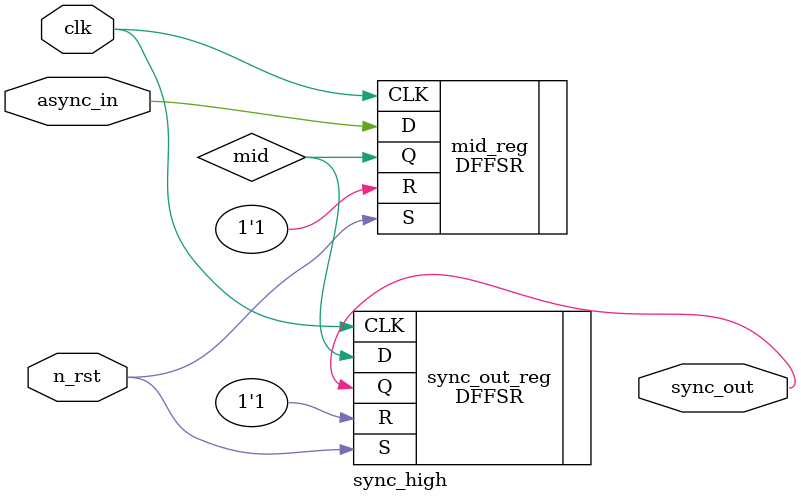
<source format=v>


module sync_high ( clk, n_rst, async_in, sync_out );
  input clk, n_rst, async_in;
  output sync_out;
  wire   mid;

  DFFSR mid_reg ( .D(async_in), .CLK(clk), .R(1'b1), .S(n_rst), .Q(mid) );
  DFFSR sync_out_reg ( .D(mid), .CLK(clk), .R(1'b1), .S(n_rst), .Q(sync_out)
         );
endmodule


</source>
